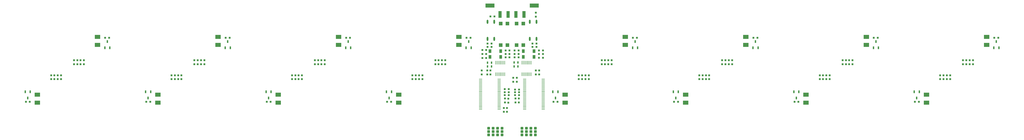
<source format=gtp>
G04*
G04 #@! TF.GenerationSoftware,Altium Limited,Altium Designer,19.0.14 (431)*
G04*
G04 Layer_Color=8421504*
%FSLAX25Y25*%
%MOIN*%
G70*
G01*
G75*
%ADD16R,0.01100X0.05500*%
%ADD17R,0.05000X0.10000*%
%ADD18R,0.13504X0.06496*%
%ADD19O,0.02362X0.06299*%
%ADD20R,0.03150X0.02953*%
%ADD21R,0.02953X0.03150*%
%ADD22R,0.05512X0.05512*%
%ADD23R,0.04331X0.05315*%
%ADD24R,0.07992X0.05984*%
%ADD25R,0.01968X0.03543*%
%ADD26R,0.02362X0.03937*%
%ADD27O,0.04921X0.00984*%
G04:AMPARAMS|DCode=28|XSize=39.37mil|YSize=39.37mil|CornerRadius=3.94mil|HoleSize=0mil|Usage=FLASHONLY|Rotation=90.000|XOffset=0mil|YOffset=0mil|HoleType=Round|Shape=RoundedRectangle|*
%AMROUNDEDRECTD28*
21,1,0.03937,0.03150,0,0,90.0*
21,1,0.03150,0.03937,0,0,90.0*
1,1,0.00787,0.01575,0.01575*
1,1,0.00787,0.01575,-0.01575*
1,1,0.00787,-0.01575,-0.01575*
1,1,0.00787,-0.01575,0.01575*
%
%ADD28ROUNDEDRECTD28*%
D16*
X14759Y-6632D02*
D03*
X16728D02*
D03*
X18699D02*
D03*
X20669D02*
D03*
X22638D02*
D03*
X24609D02*
D03*
X26579D02*
D03*
X28548D02*
D03*
Y10569D02*
D03*
X26579D02*
D03*
X24609D02*
D03*
X22638D02*
D03*
X20669D02*
D03*
X18699D02*
D03*
X16728D02*
D03*
X14759D02*
D03*
X-24611Y-6632D02*
D03*
X-22641D02*
D03*
X-20672D02*
D03*
X-18701D02*
D03*
X-16732D02*
D03*
X-14762D02*
D03*
X-12791D02*
D03*
X-10821D02*
D03*
Y10569D02*
D03*
X-12791D02*
D03*
X-14762D02*
D03*
X-16732D02*
D03*
X-18701D02*
D03*
X-20672D02*
D03*
X-22641D02*
D03*
X-24611D02*
D03*
D17*
X17717Y82953D02*
D03*
X5906D02*
D03*
X-5906D02*
D03*
X-17717D02*
D03*
D18*
X-33032Y96457D02*
D03*
X33032D02*
D03*
D19*
X26496Y46260D02*
D03*
X36496D02*
D03*
X26496Y71850D02*
D03*
X36496D02*
D03*
X-36496Y46260D02*
D03*
X-26496D02*
D03*
X-36496Y71850D02*
D03*
X-26496D02*
D03*
D20*
X30512Y39370D02*
D03*
X36417D02*
D03*
X30512Y34449D02*
D03*
X36417D02*
D03*
X9646Y18504D02*
D03*
X3740D02*
D03*
X9646Y28937D02*
D03*
X3740D02*
D03*
Y23622D02*
D03*
X9646D02*
D03*
X-36417Y39370D02*
D03*
X-30512D02*
D03*
X-26181Y80087D02*
D03*
X-32087D02*
D03*
X-36417Y34449D02*
D03*
X-30512D02*
D03*
X-9646Y28937D02*
D03*
X-3740D02*
D03*
X-9646Y18504D02*
D03*
X-3740D02*
D03*
Y23622D02*
D03*
X-9646D02*
D03*
X40157Y29134D02*
D03*
X46063D02*
D03*
Y18110D02*
D03*
X40157D02*
D03*
X46063Y23622D02*
D03*
X40157D02*
D03*
X67815Y-48031D02*
D03*
X61910D02*
D03*
X606398D02*
D03*
X600492D02*
D03*
X247342D02*
D03*
X241437D02*
D03*
X426870D02*
D03*
X420965D02*
D03*
X539272Y48031D02*
D03*
X545177D02*
D03*
X359744D02*
D03*
X365650D02*
D03*
X180217D02*
D03*
X186122D02*
D03*
X718799D02*
D03*
X724705D02*
D03*
X-247342D02*
D03*
X-241437D02*
D03*
X-426870D02*
D03*
X-420965D02*
D03*
X-67815D02*
D03*
X-61910D02*
D03*
X-180217Y-48031D02*
D03*
X-186122D02*
D03*
X-359744D02*
D03*
X-365650D02*
D03*
X-539272D02*
D03*
X-545177D02*
D03*
X-606398Y48031D02*
D03*
X-600492D02*
D03*
X-718799Y-48031D02*
D03*
X-724705D02*
D03*
X-44291Y17717D02*
D03*
X-38386D02*
D03*
X-44291Y29528D02*
D03*
X-38386D02*
D03*
X4528Y-38189D02*
D03*
X10433D02*
D03*
X-4921Y-29134D02*
D03*
X-10827D02*
D03*
X4528Y-29528D02*
D03*
X10433D02*
D03*
X-4921Y-38189D02*
D03*
X-10827D02*
D03*
X4528Y-33858D02*
D03*
X10433D02*
D03*
X-4921Y-33740D02*
D03*
X-10827D02*
D03*
X-38386Y23622D02*
D03*
X-44291D02*
D03*
D21*
X35433Y79724D02*
D03*
Y85630D02*
D03*
X-45276Y-984D02*
D03*
Y-6890D02*
D03*
X35512Y-6891D02*
D03*
Y-985D02*
D03*
X40536D02*
D03*
Y-6891D02*
D03*
X-36969D02*
D03*
Y-985D02*
D03*
X-32133Y-984D02*
D03*
Y-6890D02*
D03*
X-7480Y-63189D02*
D03*
Y-57284D02*
D03*
X114370Y-14173D02*
D03*
Y-8268D02*
D03*
X99606Y-14173D02*
D03*
Y-8268D02*
D03*
X109449Y-8268D02*
D03*
Y-14174D02*
D03*
X104528Y-14173D02*
D03*
Y-8268D02*
D03*
X652953Y-14173D02*
D03*
Y-8268D02*
D03*
X638189Y-14173D02*
D03*
Y-8268D02*
D03*
X648032Y-8268D02*
D03*
Y-14174D02*
D03*
X643110Y-14173D02*
D03*
Y-8268D02*
D03*
X293898Y-14173D02*
D03*
Y-8268D02*
D03*
X279134Y-14173D02*
D03*
Y-8268D02*
D03*
X288976Y-8268D02*
D03*
Y-14174D02*
D03*
X284055Y-14173D02*
D03*
Y-8268D02*
D03*
X473425Y-14173D02*
D03*
Y-8268D02*
D03*
X458661Y-14173D02*
D03*
Y-8268D02*
D03*
X468504Y-8268D02*
D03*
Y-14174D02*
D03*
X463583Y-14173D02*
D03*
Y-8268D02*
D03*
X492717Y14173D02*
D03*
Y8268D02*
D03*
X507480Y14173D02*
D03*
Y8268D02*
D03*
X497638Y8268D02*
D03*
Y14174D02*
D03*
X502559Y14173D02*
D03*
Y8268D02*
D03*
X313189Y14173D02*
D03*
Y8268D02*
D03*
X327953Y14173D02*
D03*
Y8268D02*
D03*
X318110Y8268D02*
D03*
Y14174D02*
D03*
X323031Y14173D02*
D03*
Y8268D02*
D03*
X133661Y14173D02*
D03*
Y8268D02*
D03*
X148425Y14173D02*
D03*
Y8268D02*
D03*
X138583Y8268D02*
D03*
Y14174D02*
D03*
X143504Y14173D02*
D03*
Y8268D02*
D03*
X672244Y14173D02*
D03*
Y8268D02*
D03*
X687008Y14173D02*
D03*
Y8268D02*
D03*
X677165Y8268D02*
D03*
Y14174D02*
D03*
X682087Y14173D02*
D03*
Y8268D02*
D03*
X-293898Y14173D02*
D03*
Y8268D02*
D03*
X-279134Y14173D02*
D03*
Y8268D02*
D03*
X-288976Y8268D02*
D03*
Y14174D02*
D03*
X-284055Y14173D02*
D03*
Y8268D02*
D03*
X-473425Y14173D02*
D03*
Y8268D02*
D03*
X-458661Y14173D02*
D03*
Y8268D02*
D03*
X-468504Y8268D02*
D03*
Y14174D02*
D03*
X-463583Y14173D02*
D03*
Y8268D02*
D03*
X-114370Y14173D02*
D03*
Y8268D02*
D03*
X-99606Y14173D02*
D03*
Y8268D02*
D03*
X-109449Y8268D02*
D03*
Y14174D02*
D03*
X-104528Y14173D02*
D03*
Y8268D02*
D03*
X-133661Y-14173D02*
D03*
Y-8268D02*
D03*
X-148425Y-14173D02*
D03*
Y-8268D02*
D03*
X-138583Y-8268D02*
D03*
Y-14174D02*
D03*
X-143504Y-14173D02*
D03*
Y-8268D02*
D03*
X-313189Y-14173D02*
D03*
Y-8268D02*
D03*
X-327953Y-14173D02*
D03*
Y-8268D02*
D03*
X-318110Y-8268D02*
D03*
Y-14174D02*
D03*
X-323031Y-14173D02*
D03*
Y-8268D02*
D03*
X-492717Y-14173D02*
D03*
Y-8268D02*
D03*
X-507480Y-14173D02*
D03*
Y-8268D02*
D03*
X-497638Y-8268D02*
D03*
Y-14174D02*
D03*
X-502559Y-14173D02*
D03*
Y-8268D02*
D03*
X-643110Y8268D02*
D03*
Y14173D02*
D03*
X-682087Y-8268D02*
D03*
Y-14173D02*
D03*
X-648032Y14174D02*
D03*
Y8268D02*
D03*
X-677165Y-14174D02*
D03*
Y-8268D02*
D03*
X1654Y-17953D02*
D03*
Y-12047D02*
D03*
X5118Y-43110D02*
D03*
Y-49016D02*
D03*
X-5512Y-49213D02*
D03*
Y-43307D02*
D03*
X-638189Y14173D02*
D03*
Y8268D02*
D03*
X-687008Y-14173D02*
D03*
Y-8268D02*
D03*
X10236Y-49016D02*
D03*
Y-43110D02*
D03*
X-10630D02*
D03*
Y-49016D02*
D03*
X-652953Y8268D02*
D03*
Y14173D02*
D03*
X-672244Y-8268D02*
D03*
Y-14173D02*
D03*
X7126Y-11969D02*
D03*
Y-17874D02*
D03*
X-12205Y-63189D02*
D03*
Y-57284D02*
D03*
D22*
X6811Y36909D02*
D03*
X16811D02*
D03*
X6811Y69390D02*
D03*
X16811D02*
D03*
X-16811Y36909D02*
D03*
X-6811D02*
D03*
X-16811Y69390D02*
D03*
X-6811D02*
D03*
D23*
X32874Y28051D02*
D03*
X16732D02*
D03*
Y19193D02*
D03*
X32874D02*
D03*
X-32874D02*
D03*
X-16732D02*
D03*
Y28051D02*
D03*
X-32874D02*
D03*
D24*
X707480Y37421D02*
D03*
Y49390D02*
D03*
X617717Y-37421D02*
D03*
Y-49390D02*
D03*
X527953Y37421D02*
D03*
Y49390D02*
D03*
X438189Y-37421D02*
D03*
Y-49390D02*
D03*
X348425Y37421D02*
D03*
Y49390D02*
D03*
X258661Y-37421D02*
D03*
Y-49390D02*
D03*
X168898Y37421D02*
D03*
Y49390D02*
D03*
X79134Y-37421D02*
D03*
Y-49390D02*
D03*
X-79134Y37421D02*
D03*
Y49390D02*
D03*
X-168898Y-37421D02*
D03*
Y-49390D02*
D03*
X-258661Y37421D02*
D03*
Y49390D02*
D03*
X-348425Y-37421D02*
D03*
Y-49390D02*
D03*
X-438189Y37421D02*
D03*
Y49390D02*
D03*
X-527953Y-37421D02*
D03*
Y-49390D02*
D03*
X-617717Y37421D02*
D03*
Y49390D02*
D03*
X-707480Y-37421D02*
D03*
Y-49390D02*
D03*
D25*
X8859Y4921D02*
D03*
X2953D02*
D03*
X2953Y10827D02*
D03*
X8858D02*
D03*
X-36417Y4921D02*
D03*
X-30512D02*
D03*
X-30512Y10569D02*
D03*
X-36417D02*
D03*
D26*
X718209Y32972D02*
D03*
X725689D02*
D03*
X721949Y42421D02*
D03*
X606988Y-32972D02*
D03*
X599508D02*
D03*
X603248Y-42421D02*
D03*
X538681Y32972D02*
D03*
X546161D02*
D03*
X542421Y42421D02*
D03*
X427461Y-32972D02*
D03*
X419980D02*
D03*
X423721Y-42421D02*
D03*
X359154Y32972D02*
D03*
X366634D02*
D03*
X362894Y42421D02*
D03*
X247933Y-32972D02*
D03*
X240453D02*
D03*
X244193Y-42421D02*
D03*
X179626Y32972D02*
D03*
X187106D02*
D03*
X183366Y42421D02*
D03*
X68405Y-32972D02*
D03*
X60925D02*
D03*
X64665Y-42421D02*
D03*
X-68405Y32972D02*
D03*
X-60925D02*
D03*
X-64665Y42421D02*
D03*
X-179626Y-32972D02*
D03*
X-187106D02*
D03*
X-183366Y-42421D02*
D03*
X-247933Y32972D02*
D03*
X-240453D02*
D03*
X-244193Y42421D02*
D03*
X-359154Y-32972D02*
D03*
X-366634D02*
D03*
X-362894Y-42421D02*
D03*
X-427461Y32972D02*
D03*
X-419980D02*
D03*
X-423721Y42421D02*
D03*
X-538681Y-32972D02*
D03*
X-546161D02*
D03*
X-542421Y-42421D02*
D03*
X-606988Y32972D02*
D03*
X-599508D02*
D03*
X-603248Y42421D02*
D03*
X-718209Y-32972D02*
D03*
X-725689D02*
D03*
X-721949Y-42421D02*
D03*
D27*
X46457Y-59449D02*
D03*
Y-57480D02*
D03*
Y-55512D02*
D03*
Y-53543D02*
D03*
Y-51575D02*
D03*
Y-49606D02*
D03*
Y-47638D02*
D03*
Y-45669D02*
D03*
Y-43701D02*
D03*
Y-41732D02*
D03*
Y-39764D02*
D03*
Y-37795D02*
D03*
Y-35827D02*
D03*
Y-33858D02*
D03*
Y-31890D02*
D03*
Y-29921D02*
D03*
Y-27953D02*
D03*
Y-25984D02*
D03*
Y-24016D02*
D03*
Y-22047D02*
D03*
Y-20079D02*
D03*
Y-18110D02*
D03*
Y-16142D02*
D03*
Y-14173D02*
D03*
X18898Y-59449D02*
D03*
Y-57480D02*
D03*
Y-55512D02*
D03*
Y-53543D02*
D03*
Y-51575D02*
D03*
Y-49606D02*
D03*
Y-47638D02*
D03*
Y-45669D02*
D03*
Y-43701D02*
D03*
Y-41732D02*
D03*
Y-39764D02*
D03*
Y-37795D02*
D03*
Y-35827D02*
D03*
Y-33858D02*
D03*
Y-31890D02*
D03*
Y-29921D02*
D03*
Y-27953D02*
D03*
Y-25984D02*
D03*
Y-24016D02*
D03*
Y-22047D02*
D03*
Y-20079D02*
D03*
Y-18110D02*
D03*
Y-16142D02*
D03*
Y-14173D02*
D03*
X-46850Y-14173D02*
D03*
Y-16142D02*
D03*
Y-18110D02*
D03*
Y-20079D02*
D03*
Y-22047D02*
D03*
Y-24016D02*
D03*
Y-25984D02*
D03*
Y-27953D02*
D03*
Y-29921D02*
D03*
Y-31890D02*
D03*
Y-33858D02*
D03*
Y-35827D02*
D03*
Y-37795D02*
D03*
Y-39764D02*
D03*
Y-41732D02*
D03*
Y-43701D02*
D03*
Y-45669D02*
D03*
Y-47638D02*
D03*
Y-49606D02*
D03*
Y-51575D02*
D03*
Y-53543D02*
D03*
Y-55512D02*
D03*
Y-57480D02*
D03*
Y-59449D02*
D03*
X-19291Y-14173D02*
D03*
Y-16142D02*
D03*
Y-18110D02*
D03*
Y-20079D02*
D03*
Y-22047D02*
D03*
Y-24016D02*
D03*
Y-25984D02*
D03*
Y-27953D02*
D03*
Y-29921D02*
D03*
Y-31890D02*
D03*
Y-33858D02*
D03*
Y-35827D02*
D03*
Y-37795D02*
D03*
Y-39764D02*
D03*
Y-41732D02*
D03*
Y-43701D02*
D03*
Y-45669D02*
D03*
Y-47638D02*
D03*
Y-49606D02*
D03*
Y-51575D02*
D03*
Y-53543D02*
D03*
Y-55512D02*
D03*
Y-57480D02*
D03*
Y-59449D02*
D03*
D28*
X14764Y-87598D02*
D03*
Y-97835D02*
D03*
Y-92716D02*
D03*
X-14764Y-87598D02*
D03*
Y-97835D02*
D03*
Y-92716D02*
D03*
X21457Y-87598D02*
D03*
Y-97835D02*
D03*
Y-92716D02*
D03*
X-21457Y-87598D02*
D03*
Y-97835D02*
D03*
Y-92716D02*
D03*
X28150Y-87598D02*
D03*
Y-97835D02*
D03*
Y-92716D02*
D03*
X-28150Y-87598D02*
D03*
Y-97835D02*
D03*
Y-92716D02*
D03*
X34843Y-87598D02*
D03*
Y-97835D02*
D03*
Y-92716D02*
D03*
X-34843Y-87598D02*
D03*
Y-97835D02*
D03*
Y-92716D02*
D03*
M02*

</source>
